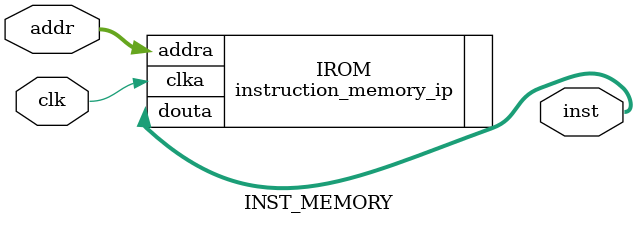
<source format=v>
`timescale 1ns / 1ps


module INST_MEMORY(
    input   [15:2]  addr,//是pc信号的部分截取
    input           clk,
    output  [31:0]  inst //32位risv-v架构的指令

    );

    //IROM
    instruction_memory_ip IROM (
      .clka(clk),    // input wire clka
      .addra(addr[15:2]),  // input wire [15:2] addra
      .douta(inst)  // output wire [31 : 0] douta
    );

endmodule

</source>
